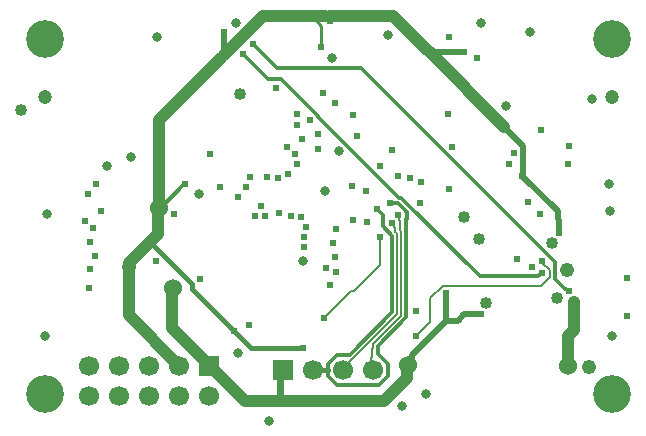
<source format=gbr>
G04*
G04 #@! TF.GenerationSoftware,Altium Limited,Altium Designer,24.0.1 (36)*
G04*
G04 Layer_Physical_Order=3*
G04 Layer_Color=36540*
%FSLAX25Y25*%
%MOIN*%
G70*
G04*
G04 #@! TF.SameCoordinates,BD3E70BB-0697-4B71-9AF7-6C14A59E7EE9*
G04*
G04*
G04 #@! TF.FilePolarity,Positive*
G04*
G01*
G75*
%ADD11C,0.01000*%
%ADD15C,0.00600*%
%ADD82C,0.00800*%
%ADD85C,0.01200*%
%ADD86C,0.02000*%
%ADD87C,0.02400*%
%ADD89C,0.12598*%
%ADD90C,0.06693*%
%ADD91R,0.06693X0.06693*%
%ADD92C,0.03200*%
%ADD93C,0.02400*%
%ADD94C,0.04000*%
%ADD95C,0.04800*%
%ADD96C,0.06000*%
%ADD97C,0.04724*%
%ADD98C,0.03150*%
%ADD99C,0.04000*%
%ADD111C,0.01800*%
%ADD112C,0.01600*%
D11*
X108000Y131400D02*
Y138427D01*
X104800Y141627D02*
X108000Y138427D01*
D15*
X181691Y59465D02*
Y59917D01*
Y59465D02*
X184100Y57056D01*
Y54700D02*
Y57056D01*
X181200Y51800D02*
X184100Y54700D01*
X180225Y51800D02*
X181200D01*
X179977Y51800D02*
X180225Y51800D01*
X148465Y51800D02*
X179977D01*
X144154Y39754D02*
Y47490D01*
X148465Y51800D01*
X139500Y35100D02*
X144154Y39754D01*
D82*
X133703Y75160D02*
X134009Y74854D01*
X131415Y72212D02*
Y72645D01*
X134009Y73728D02*
Y74854D01*
Y73728D02*
X134100Y73637D01*
X124200Y23400D02*
X125113Y32171D01*
X134689Y41746D01*
X134100Y70329D02*
X134689Y69740D01*
Y41746D02*
Y69740D01*
X114200Y23400D02*
X118167Y27204D01*
X133289Y42326D01*
X127500Y68100D02*
X127700Y67900D01*
Y58800D02*
Y67900D01*
X133289Y42326D02*
Y69160D01*
X134100Y70329D02*
Y73637D01*
X131415Y72212D02*
X132700Y70927D01*
Y69749D02*
Y70927D01*
Y69749D02*
X133289Y69160D01*
X118953Y50053D02*
X127700Y58800D01*
X117953Y50053D02*
X118953D01*
X108900Y41000D02*
X117953Y50053D01*
D85*
X85222Y132378D02*
X93200Y124400D01*
X121168D01*
X185868Y59700D01*
X94660Y120600D02*
X107000Y108260D01*
X90300Y120600D02*
X94660D01*
X82000Y128900D02*
X90300Y120600D01*
X185868Y54079D02*
Y59700D01*
X181441Y56088D02*
X181468D01*
X160788Y54812D02*
X180165D01*
X181441Y56088D01*
X134530Y81070D02*
X160788Y54812D01*
X190175Y50077D02*
X190500D01*
X189652Y50600D02*
X190175Y50077D01*
X185868Y54079D02*
X189347Y50600D01*
X189652D01*
X107000Y108040D02*
Y108260D01*
Y108040D02*
X133970Y81070D01*
X134530D01*
X136357Y76465D02*
Y76502D01*
X133689Y79170D02*
X136357Y76502D01*
X110290Y21573D02*
Y25671D01*
X131030Y79170D02*
X133689D01*
X136357Y76465D02*
X136503Y76320D01*
X131689Y42989D02*
Y68411D01*
X128589Y71511D02*
Y73778D01*
Y71511D02*
X131689Y68411D01*
X136503Y74000D02*
Y76320D01*
X130800Y79400D02*
X131030Y79170D01*
X126900Y31695D02*
X136357Y41152D01*
X126900Y28954D02*
X130183Y25671D01*
X126900Y28954D02*
Y31695D01*
X136357Y41152D02*
Y73855D01*
X130183Y21573D02*
Y25671D01*
X127285Y18676D02*
X130183Y21573D01*
X113187Y18676D02*
X127285D01*
X110290Y21573D02*
X113187Y18676D01*
X113187Y28569D02*
X115236D01*
X110290Y25671D02*
X113187Y28569D01*
X117269Y28569D02*
X117463Y28763D01*
X131689Y42989D01*
X115236Y28569D02*
X117269Y28569D01*
X136357Y73855D02*
X136503Y74000D01*
X128589Y73778D02*
X128590Y73779D01*
Y75210D01*
X126400Y77400D02*
X128590Y75210D01*
X53900Y77800D02*
X54497D01*
X62196Y85500D02*
X62521D01*
X54497Y77800D02*
X62196Y85500D01*
D86*
X187253Y69472D02*
Y73608D01*
X186771Y74090D02*
X187253Y73608D01*
Y69472D02*
X187318Y69408D01*
X186800Y74119D02*
Y76600D01*
X186771Y74090D02*
X186800Y74119D01*
X149500Y40000D02*
Y49300D01*
X175000Y88508D02*
X175308Y88816D01*
X175000Y88400D02*
Y88508D01*
X175308Y88816D02*
Y98292D01*
X168845Y104755D02*
X175308Y98292D01*
X153392Y40000D02*
X155569Y42177D01*
X161200D01*
X175000Y88400D02*
X186800Y76600D01*
X149500Y40000D02*
X153392D01*
X75400Y128500D02*
Y136300D01*
X138293Y27771D02*
Y28793D01*
X149500Y40000D01*
X74400Y127500D02*
X75400Y128500D01*
X143347Y130253D02*
X144100Y129500D01*
X155500D01*
D87*
X94200Y13442D02*
Y23400D01*
X94058Y13300D02*
X94200Y13442D01*
D89*
X204724Y15748D02*
D03*
Y133858D02*
D03*
X15748D02*
D03*
Y15748D02*
D03*
D90*
X30700Y15000D02*
D03*
Y25000D02*
D03*
X40700Y15000D02*
D03*
Y25000D02*
D03*
X50700Y15000D02*
D03*
Y25000D02*
D03*
X60700Y15000D02*
D03*
Y25000D02*
D03*
X70700Y15000D02*
D03*
X125236Y23622D02*
D03*
X115236D02*
D03*
X105236D02*
D03*
D91*
X70700Y25000D02*
D03*
X95236Y23622D02*
D03*
D92*
X111400Y127700D02*
D03*
X204100Y76500D02*
D03*
X113900Y96615D02*
D03*
X101721Y60079D02*
D03*
X79600Y139400D02*
D03*
X177500Y136200D02*
D03*
X90500Y6700D02*
D03*
X135000Y11700D02*
D03*
X198200Y114100D02*
D03*
X169700Y111700D02*
D03*
X67100Y82300D02*
D03*
X44400Y94700D02*
D03*
X36700Y91800D02*
D03*
X161100Y139300D02*
D03*
X53200Y134600D02*
D03*
X130300Y135200D02*
D03*
X16400Y75600D02*
D03*
X204000Y85700D02*
D03*
X142800Y15600D02*
D03*
X80200Y29300D02*
D03*
X109042Y83200D02*
D03*
D93*
X108000Y131400D02*
D03*
X85222Y132378D02*
D03*
X74330Y84595D02*
D03*
X84222Y87822D02*
D03*
X70861Y95701D02*
D03*
X82819Y84677D02*
D03*
X173087Y60513D02*
D03*
X180861Y75739D02*
D03*
X187318Y69408D02*
D03*
X181691Y59917D02*
D03*
X181468Y56088D02*
D03*
X178056Y57844D02*
D03*
X190500Y50077D02*
D03*
X139500Y35100D02*
D03*
X149500Y49300D02*
D03*
X172108Y96092D02*
D03*
X170500Y92400D02*
D03*
X161200Y42177D02*
D03*
X175000Y88400D02*
D03*
X106830Y97170D02*
D03*
X102192Y68055D02*
D03*
X102800Y71400D02*
D03*
X102046Y64554D02*
D03*
X101300Y74600D02*
D03*
X97800Y75000D02*
D03*
X89161Y74938D02*
D03*
X94000Y76100D02*
D03*
X87800Y78189D02*
D03*
X85752Y74848D02*
D03*
X99086Y95513D02*
D03*
X99890Y92210D02*
D03*
X96400Y98100D02*
D03*
X96757Y89076D02*
D03*
X93500Y87500D02*
D03*
X89900Y88100D02*
D03*
X150500Y134500D02*
D03*
X139700Y43200D02*
D03*
X78900Y36700D02*
D03*
X83900Y38600D02*
D03*
X53008Y59808D02*
D03*
X67700Y53900D02*
D03*
X131530Y97111D02*
D03*
X127400Y91600D02*
D03*
X133703Y75160D02*
D03*
X131415Y72645D02*
D03*
X104200Y107100D02*
D03*
X140914Y79300D02*
D03*
X118586Y108514D02*
D03*
X119972Y101685D02*
D03*
X151600Y98000D02*
D03*
X150347Y108997D02*
D03*
X137700Y87727D02*
D03*
X133527Y88173D02*
D03*
X141298Y86343D02*
D03*
X181100Y103800D02*
D03*
X209773Y54307D02*
D03*
X159900Y127600D02*
D03*
X93000Y117800D02*
D03*
X59000Y75600D02*
D03*
X110957Y140000D02*
D03*
X112764Y56200D02*
D03*
X109600Y57600D02*
D03*
X30514Y51108D02*
D03*
X99900Y108900D02*
D03*
X99739Y105438D02*
D03*
X150500Y84000D02*
D03*
X75400Y136300D02*
D03*
X112400Y61400D02*
D03*
X127500Y68100D02*
D03*
X123200Y73000D02*
D03*
X126400Y77400D02*
D03*
X130800Y79400D02*
D03*
X62521Y85500D02*
D03*
X34500Y76700D02*
D03*
X32800Y85700D02*
D03*
X82000Y128900D02*
D03*
X101800Y30900D02*
D03*
X108900Y41000D02*
D03*
X110735Y51935D02*
D03*
X113000Y70500D02*
D03*
X111900Y65900D02*
D03*
X108500Y116000D02*
D03*
X112527Y112673D02*
D03*
X122800Y83200D02*
D03*
X118200Y85000D02*
D03*
X176800Y79800D02*
D03*
X190200Y92200D02*
D03*
X190672Y98400D02*
D03*
X155500Y129500D02*
D03*
X101600Y100800D02*
D03*
X106800Y102300D02*
D03*
X80106Y81406D02*
D03*
X118500Y73800D02*
D03*
X209773Y41756D02*
D03*
X30300Y82400D02*
D03*
X32612Y61788D02*
D03*
X32001Y71099D02*
D03*
X30797Y57202D02*
D03*
Y66218D02*
D03*
X29350Y73228D02*
D03*
D94*
X184983Y65917D02*
D03*
X162917Y46100D02*
D03*
X155700Y74772D02*
D03*
X192104Y46195D02*
D03*
X186700Y47500D02*
D03*
X160505Y67200D02*
D03*
X80728Y115615D02*
D03*
X8000Y110400D02*
D03*
D95*
X197300Y24600D02*
D03*
X189868Y56877D02*
D03*
X43800Y58000D02*
D03*
D96*
X58600Y50900D02*
D03*
X53900Y77800D02*
D03*
X190200Y25000D02*
D03*
X136894Y25290D02*
D03*
D97*
X204724Y114567D02*
D03*
X15748D02*
D03*
D98*
X204724Y35039D02*
D03*
X15748D02*
D03*
D99*
X88527Y141627D02*
X104800D01*
X75400Y128500D02*
X88527Y141627D01*
X144100Y129500D02*
X168845Y104755D01*
X192104Y36820D02*
Y46195D01*
X190200Y34916D02*
X192104Y36820D01*
X190200Y25000D02*
Y34916D01*
X43953Y59453D02*
X53517Y69017D01*
X43800Y58217D02*
X43953Y58370D01*
Y59453D01*
X43800Y41900D02*
Y58217D01*
Y41900D02*
X60700Y25000D01*
X58217Y37483D02*
X72047Y23654D01*
X58217Y37483D02*
Y50517D01*
X58600Y50900D01*
X104800Y141627D02*
X109330D01*
X53517Y69017D02*
Y77417D01*
X53900Y77800D01*
X110727Y141627D02*
X131973D01*
X94058Y13300D02*
X129000D01*
X82400D02*
X94058D01*
X72047Y23654D02*
X72047D01*
X82400Y13300D01*
X129000D02*
X136578Y20878D01*
Y24974D01*
X136894Y25290D01*
X131973Y141627D02*
X143347Y130253D01*
X53900Y107000D02*
X74400Y127500D01*
X53900Y77800D02*
Y107000D01*
D111*
X64818Y50782D02*
X84700Y30900D01*
X50850Y66350D02*
X64818Y52382D01*
X84700Y30900D02*
X101800D01*
X64818Y50782D02*
Y52382D01*
D112*
X105236Y23622D02*
X105458Y23400D01*
X105236Y23622D02*
X110090D01*
M02*

</source>
